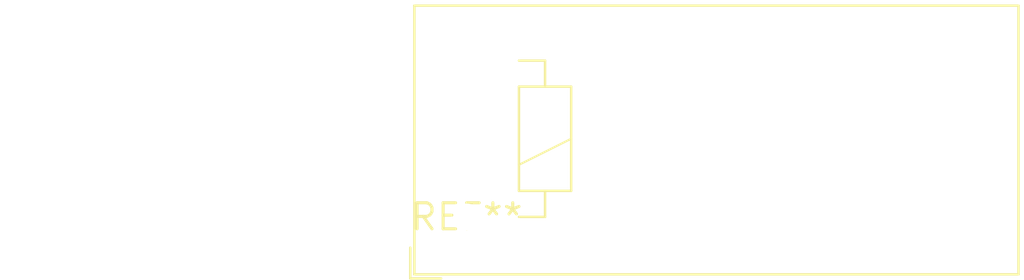
<source format=kicad_pcb>
(kicad_pcb (version 20240108) (generator pcbnew)
  (layers (0 "F.Cu" signal) (31 "B.Cu" signal) (34 "B.Paste" user) (35 "F.Paste" user) (36 "B.SilkS" user "B.Silkscreen") (37 "F.SilkS" user "F.Silkscreen") (38 "B.Mask" user) (39 "F.Mask" user) (44 "Edge.Cuts" user))
  (net 0 "")
  (footprint "Relay_SPDT_Schrack-RT1-16A-FormC_RM5mm" (layer "F.Cu") (at 0 0)
    (property "Reference" "REF**")
    (property "Value" "Relay_SPDT_Schrack-RT1-16A-FormC_RM5mm")
    (fp_line (start -2.75 1.5) (end -2.75 3) (layer "F.SilkS") (stroke (width 0.12)))
    (fp_line (start -2.75 3) (end -1.25 3) (layer "F.SilkS") (stroke (width 0.12)))
    (fp_line (start -2.55 -10.3) (end -2.55 2.8) (layer "F.SilkS") (stroke (width 0.12)))
    (fp_line (start -2.55 2.8) (end 26.85 2.8) (layer "F.SilkS") (stroke (width 0.12)))
    (fp_line (start 2.54 -6.35) (end 2.54 -1.27) (layer "F.SilkS") (stroke (width 0.12)))
    (fp_line (start 2.54 -2.54) (end 5.08 -3.81) (layer "F.SilkS") (stroke (width 0.1)))
    (fp_line (start 2.54 -1.27) (end 3.81 -1.27) (layer "F.SilkS") (stroke (width 0.12)))
    (fp_line (start 2.54 0) (end 3.81 0) (layer "F.SilkS") (stroke (width 0.12)))
    (fp_line (start 3.81 -7.62) (end 2.54 -7.62) (layer "F.SilkS") (stroke (width 0.12)))
    (fp_line (start 3.81 -6.35) (end 3.81 -7.62) (layer "F.SilkS") (stroke (width 0.12)))
    (fp_line (start 3.81 -1.27) (end 5.08 -1.27) (layer "F.SilkS") (stroke (width 0.12)))
    (fp_line (start 3.81 0) (end 3.81 -1.27) (layer "F.SilkS") (stroke (width 0.12)))
    (fp_line (start 5.08 -6.35) (end 2.54 -6.35) (layer "F.SilkS") (stroke (width 0.12)))
    (fp_line (start 5.08 -1.27) (end 5.08 -6.35) (layer "F.SilkS") (stroke (width 0.12)))
    (fp_line (start 26.85 -10.3) (end -2.55 -10.3) (layer "F.SilkS") (stroke (width 0.12)))
    (fp_line (start 26.85 2.8) (end 26.85 -10.3) (layer "F.SilkS") (stroke (width 0.12)))
    (pad "11" thru_hole oval (at 20.3 -7.5 180) (size 2 3) (drill 1.3) (layers *.Cu *.Mask) (remove_unused_layers))
    (pad "11" thru_hole oval (at 20.3 0 180) (size 2 3) (drill 1.3) (layers *.Cu *.Mask) (remove_unused_layers))
    (pad "12" thru_hole oval (at 15.26 -7.5 180) (size 2 3) (drill 1.3) (layers *.Cu *.Mask) (remove_unused_layers))
    (pad "12" thru_hole oval (at 15.26 0 180) (size 2 3) (drill 1.3) (layers *.Cu *.Mask) (remove_unused_layers))
    (pad "14" thru_hole oval (at 25.34 -7.5 180) (size 2 3) (drill 1.3) (layers *.Cu *.Mask) (remove_unused_layers))
    (pad "14" thru_hole oval (at 25.34 0 180) (size 2 3) (drill 1.3) (layers *.Cu *.Mask) (remove_unused_layers))
    (pad "A1" thru_hole rect (at 0 0 180) (size 3 2) (drill 1.3) (layers *.Cu *.Mask) (remove_unused_layers))
    (pad "A2" thru_hole oval (at 0 -7.5 180) (size 3 2) (drill 1.3) (layers *.Cu *.Mask) (remove_unused_layers))
  )
)
</source>
